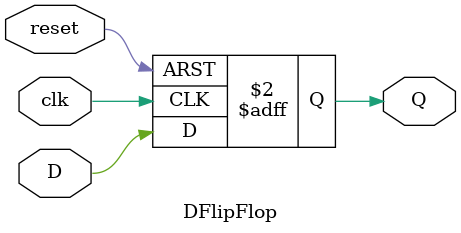
<source format=v>
`timescale 1ns / 1ps

module DFlipFlop(clk, reset, D, Q);

	input  clk, reset, D;
	output Q;
	
	reg    Q;
	
	always @ (posedge clk, posedge reset)
		
		if(reset)
			Q <= 1'b0;
		
		else
			Q <= D;

endmodule

</source>
